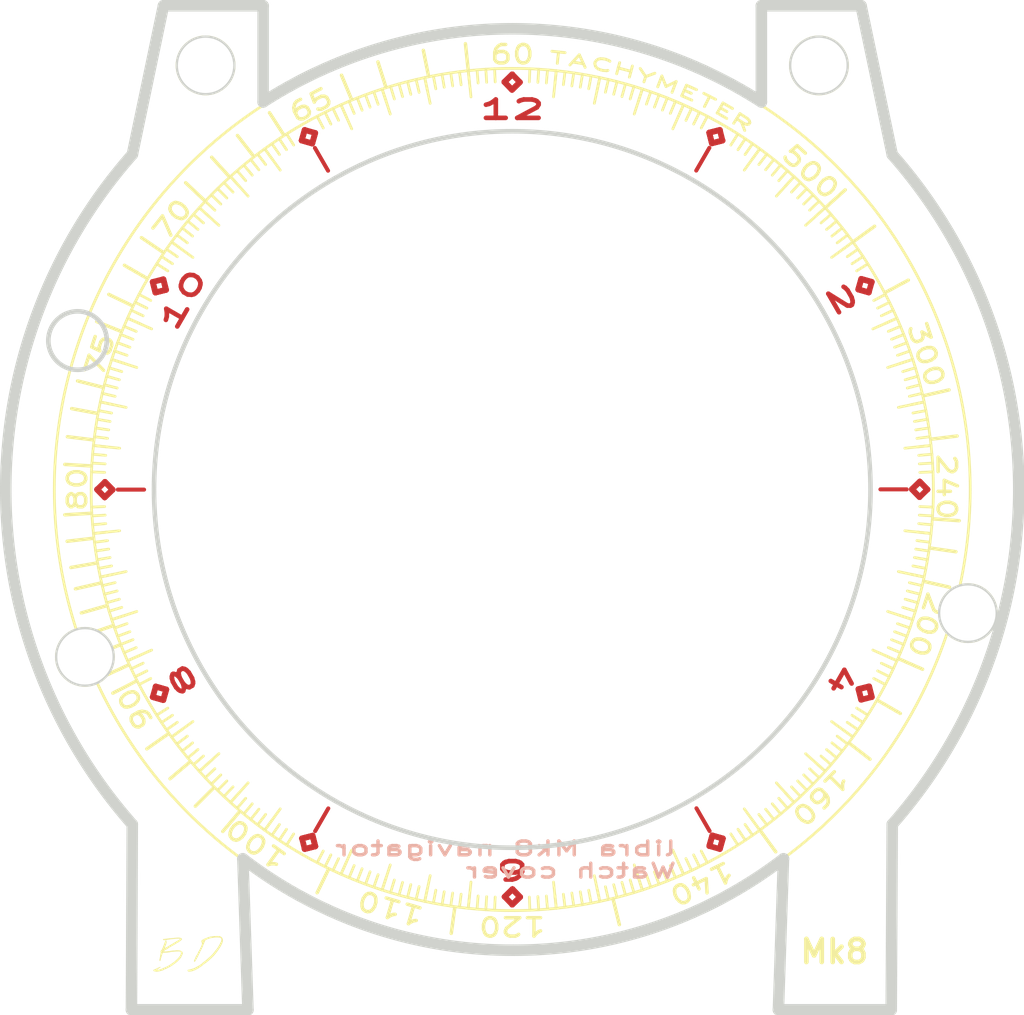
<source format=kicad_pcb>
(kicad_pcb (version 20211014) (generator pcbnew)
  (layers (0 "F.Cu" signal) (31 "B.Cu" signal) (34 "B.Paste" user) (35 "F.Paste" user) (36 "B.SilkS" user "B.Silkscreen") (37 "F.SilkS" user "F.Silkscreen") (38 "B.Mask" user) (39 "F.Mask" user) (44 "Edge.Cuts" user))
  (net 0 "")
  (footprint "BartLib_Logo:BD_small 3.5x2.6" (layer "F.Cu") (at 137.069147 115.256866)
    (fp_text reference "G***" hide)
    (fp_text value "LOGO" hide)
  )
  (gr_line (start 141.995551 79.94135) (end 142.451339 80.070799) (layer "F.Cu") (width 0.25))
  (gr_line (start 166.754438 104.115) (end 166.63865 103.655551) (layer "F.Cu") (width 0.25))
  (gr_line (start 133.45 94.77) (end 133.78 95.11) (layer "F.Cu") (width 0.25))
  (gr_line (start 168.84 94.76) (end 168.5 95.09) (layer "F.Cu") (width 0.25))
  (gr_line (start 160.155 79.485562) (end 159.695551 79.60135) (layer "F.Cu") (width 0.25))
  (gr_line (start 133.44 95.44) (end 133.78 95.11) (layer "F.Cu") (width 0.25))
  (gr_line (start 166.754438 86.085) (end 166.29865 85.955551) (layer "F.Cu") (width 0.25))
  (gr_line (start 166.63865 103.655551) (end 166.179201 103.771339) (layer "F.Cu") (width 0.25))
  (gr_line (start 142.580788 79.615011) (end 142.451339 80.070799) (layer "F.Cu") (width 0.25))
  (gr_line (start 151.14 113.13) (end 151.48 112.8) (layer "F.Cu") (width 0.25))
  (gr_line (start 135.64135 86.544449) (end 136.100799 86.428661) (layer "F.Cu") (width 0.25))
  (gr_line (start 135.525562 104.115) (end 135.98135 104.244449) (layer "F.Cu") (width 0.25))
  (gr_line (start 166.63865 103.655551) (end 166.179201 103.771339) (layer "F.Cu") (width 0.25))
  (gr_line (start 151.14 77.07) (end 151.47 77.41) (layer "F.Cu") (width 0.25))
  (gr_line (start 166.754438 86.085) (end 166.624989 86.540788) (layer "F.Cu") (width 0.25))
  (gr_line (start 166.754438 104.115) (end 166.294989 104.230788) (layer "F.Cu") (width 0.25))
  (gr_line (start 141.995551 79.94135) (end 142.451339 80.070799) (layer "F.Cu") (width 0.25))
  (gr_line (start 151.14 113.13) (end 151.48 112.8) (layer "F.Cu") (width 0.25))
  (gr_line (start 135.525562 86.085) (end 135.64135 86.544449) (layer "F.Cu") (width 0.25))
  (gr_line (start 150.8 77.4) (end 151.13 77.74) (layer "F.Cu") (width 0.25))
  (gr_line (start 160.284449 110.25865) (end 159.828661 110.129201) (layer "F.Cu") (width 0.25))
  (gr_line (start 166.754438 86.085) (end 166.29865 85.955551) (layer "F.Cu") (width 0.25))
  (gr_line (start 135.525562 86.085) (end 135.985011 85.969212) (layer "F.Cu") (width 0.25))
  (gr_line (start 166.754438 104.115) (end 166.63865 103.655551) (layer "F.Cu") (width 0.25))
  (gr_line (start 133.44 95.44) (end 133.78 95.11) (layer "F.Cu") (width 0.25))
  (gr_line (start 168.84 94.76) (end 168.5 95.09) (layer "F.Cu") (width 0.25))
  (gr_line (start 160.284449 110.25865) (end 159.828661 110.129201) (layer "F.Cu") (width 0.25))
  (gr_line (start 159.695551 79.60135) (end 159.811339 80.060799) (layer "F.Cu") (width 0.25))
  (gr_line (start 142.009212 110.254989) (end 142.468661 110.139201) (layer "F.Cu") (width 0.25))
  (gr_line (start 169.17 95.1) (end 168.84 94.76) (layer "F.Cu") (width 0.25))
  (gr_line (start 141.995551 79.94135) (end 142.451339 80.070799) (layer "F.Cu") (width 0.25))
  (gr_line (start 135.98135 104.244449) (end 136.110799 103.788661) (layer "F.Cu") (width 0.25))
  (gr_line (start 135.985011 85.969212) (end 136.100799 86.428661) (layer "F.Cu") (width 0.25))
  (gr_line (start 142.580788 79.615011) (end 142.451339 80.070799) (layer "F.Cu") (width 0.25))
  (gr_line (start 151.14 77.07) (end 150.8 77.4) (layer "F.Cu") (width 0.25))
  (gr_line (start 166.624989 86.540788) (end 166.169201 86.411339) (layer "F.Cu") (width 0.25))
  (gr_line (start 160.155 110.714438) (end 160.284449 110.25865) (layer "F.Cu") (width 0.25))
  (gr_line (start 166.29865 85.955551) (end 166.169201 86.411339) (layer "F.Cu") (width 0.25))
  (gr_line (start 142.125 79.485562) (end 141.995551 79.94135) (layer "F.Cu") (width 0.25))
  (gr_line (start 160.270788 79.945011) (end 159.811339 80.060799) (layer "F.Cu") (width 0.25))
  (gr_line (start 159.699212 110.584989) (end 159.828661 110.129201) (layer "F.Cu") (width 0.25))
  (gr_line (start 151.47 77.41) (end 151.13 77.74) (layer "F.Cu") (width 0.25))
  (gr_line (start 166.29865 85.955551) (end 166.169201 86.411339) (layer "F.Cu") (width 0.25))
  (gr_line (start 166.294989 104.230788) (end 166.179201 103.771339) (layer "F.Cu") (width 0.25))
  (gr_line (start 151.48 112.8) (end 151.15 112.46) (layer "F.Cu") (width 0.25))
  (gr_line (start 160.270788 79.945011) (end 159.811339 80.060799) (layer "F.Cu") (width 0.25))
  (gr_line (start 150.81 112.79) (end 151.15 112.46) (layer "F.Cu") (width 0.25))
  (gr_line (start 166.754438 104.115) (end 166.63865 103.655551) (layer "F.Cu") (width 0.25))
  (gr_line (start 135.64135 86.544449) (end 136.100799 86.428661) (layer "F.Cu") (width 0.25))
  (gr_line (start 142.125 110.714438) (end 142.009212 110.254989) (layer "F.Cu") (width 0.25))
  (gr_line (start 160.155 79.485562) (end 159.695551 79.60135) (layer "F.Cu") (width 0.25))
  (gr_line (start 168.84 94.76) (end 168.5 95.09) (layer "F.Cu") (width 0.25))
  (gr_line (start 135.525562 104.115) (end 135.98135 104.244449) (layer "F.Cu") (width 0.25))
  (gr_line (start 159.695551 79.60135) (end 159.811339 80.060799) (layer "F.Cu") (width 0.25))
  (gr_line (start 151.47 77.41) (end 151.13 77.74) (layer "F.Cu") (width 0.25))
  (gr_line (start 168.83 95.43) (end 168.5 95.09) (layer "F.Cu") (width 0.25))
  (gr_line (start 142.584449 110.59865) (end 142.468661 110.139201) (layer "F.Cu") (width 0.25))
  (gr_line (start 169.17 95.1) (end 168.84 94.76) (layer "F.Cu") (width 0.25))
  (gr_line (start 133.45 94.77) (end 133.78 95.11) (layer "F.Cu") (width 0.25))
  (gr_line (start 150.81 112.79) (end 151.15 112.46) (layer "F.Cu") (width 0.25))
  (gr_line (start 166.29865 85.955551) (end 166.169201 86.411339) (layer "F.Cu") (width 0.25))
  (gr_line (start 166.63865 103.655551) (end 166.179201 103.771339) (layer "F.Cu") (width 0.25))
  (gr_line (start 159.695551 79.60135) (end 159.811339 80.060799) (layer "F.Cu") (width 0.25))
  (gr_line (start 160.155 110.714438) (end 160.284449 110.25865) (layer "F.Cu") (width 0.25))
  (gr_line (start 168.83 95.43) (end 168.5 95.09) (layer "F.Cu") (width 0.25))
  (gr_line (start 142.125 110.714438) (end 142.584449 110.59865) (layer "F.Cu") (width 0.25))
  (gr_line (start 135.655011 103.659212) (end 136.110799 103.788661) (layer "F.Cu") (width 0.25))
  (gr_line (start 135.98135 104.244449) (end 136.110799 103.788661) (layer "F.Cu") (width 0.25))
  (gr_line (start 160.284449 110.25865) (end 159.828661 110.129201) (layer "F.Cu") (width 0.25))
  (gr_line (start 169.17 95.1) (end 168.83 95.43) (layer "F.Cu") (width 0.25))
  (gr_line (start 135.655011 103.659212) (end 136.110799 103.788661) (layer "F.Cu") (width 0.25))
  (gr_line (start 142.125 110.714438) (end 142.584449 110.59865) (layer "F.Cu") (width 0.25))
  (gr_line (start 133.11 95.1) (end 133.44 95.44) (layer "F.Cu") (width 0.25))
  (gr_line (start 151.14 113.13) (end 150.81 112.79) (layer "F.Cu") (width 0.25))
  (gr_line (start 166.294989 104.230788) (end 166.179201 103.771339) (layer "F.Cu") (width 0.25))
  (gr_line (start 133.11 95.1) (end 133.44 95.44) (layer "F.Cu") (width 0.25))
  (gr_line (start 133.11 95.1) (end 133.45 94.77) (layer "F.Cu") (width 0.25))
  (gr_line (start 151.47 77.41) (end 151.13 77.74) (layer "F.Cu") (width 0.25))
  (gr_line (start 142.009212 110.254989) (end 142.468661 110.139201) (layer "F.Cu") (width 0.25))
  (gr_line (start 160.155 79.485562) (end 160.270788 79.945011) (layer "F.Cu") (width 0.25))
  (gr_line (start 133.45 94.77) (end 133.78 95.11) (layer "F.Cu") (width 0.25))
  (gr_line (start 142.584449 110.59865) (end 142.468661 110.139201) (layer "F.Cu") (width 0.25))
  (gr_line (start 160.270788 79.945011) (end 159.811339 80.060799) (layer "F.Cu") (width 0.25))
  (gr_line (start 135.525562 104.115) (end 135.655011 103.659212) (layer "F.Cu") (width 0.25))
  (gr_line (start 135.985011 85.969212) (end 136.100799 86.428661) (layer "F.Cu") (width 0.25))
  (gr_line (start 168.83 95.43) (end 168.5 95.09) (layer "F.Cu") (width 0.25))
  (gr_line (start 151.14 77.07) (end 150.8 77.4) (layer "F.Cu") (width 0.25))
  (gr_line (start 142.584449 110.59865) (end 142.468661 110.139201) (layer "F.Cu") (width 0.25))
  (gr_line (start 142.580788 79.615011) (end 142.451339 80.070799) (layer "F.Cu") (width 0.25))
  (gr_line (start 135.525562 104.115) (end 135.98135 104.244449) (layer "F.Cu") (width 0.25))
  (gr_line (start 151.14 77.07) (end 150.8 77.4) (layer "F.Cu") (width 0.25))
  (gr_line (start 142.009212 110.254989) (end 142.468661 110.139201) (layer "F.Cu") (width 0.25))
  (gr_line (start 151.14 113.13) (end 151.48 112.8) (layer "F.Cu") (width 0.25))
  (gr_line (start 159.699212 110.584989) (end 159.828661 110.129201) (layer "F.Cu") (width 0.25))
  (gr_line (start 151.48 112.8) (end 151.15 112.46) (layer "F.Cu") (width 0.25))
  (gr_line (start 135.985011 85.969212) (end 136.100799 86.428661) (layer "F.Cu") (width 0.25))
  (gr_line (start 169.17 95.1) (end 168.84 94.76) (layer "F.Cu") (width 0.25))
  (gr_line (start 166.754438 86.085) (end 166.29865 85.955551) (layer "F.Cu") (width 0.25))
  (gr_line (start 135.98135 104.244449) (end 136.110799 103.788661) (layer "F.Cu") (width 0.25))
  (gr_line (start 135.525562 86.085) (end 135.64135 86.544449) (layer "F.Cu") (width 0.25))
  (gr_line (start 135.525562 86.085) (end 135.64135 86.544449) (layer "F.Cu") (width 0.25))
  (gr_line (start 142.125 79.485562) (end 141.995551 79.94135) (layer "F.Cu") (width 0.25))
  (gr_line (start 166.624989 86.540788) (end 166.169201 86.411339) (layer "F.Cu") (width 0.25))
  (gr_line (start 142.125 79.485562) (end 141.995551 79.94135) (layer "F.Cu") (width 0.25))
  (gr_line (start 151.48 112.8) (end 151.15 112.46) (layer "F.Cu") (width 0.25))
  (gr_line (start 160.155 79.485562) (end 159.695551 79.60135) (layer "F.Cu") (width 0.25))
  (gr_line (start 135.64135 86.544449) (end 136.100799 86.428661) (layer "F.Cu") (width 0.25))
  (gr_line (start 142.125 110.714438) (end 142.584449 110.59865) (layer "F.Cu") (width 0.25))
  (gr_line (start 159.699212 110.584989) (end 159.828661 110.129201) (layer "F.Cu") (width 0.25))
  (gr_line (start 160.155 110.714438) (end 159.699212 110.584989) (layer "F.Cu") (width 0.25))
  (gr_line (start 135.655011 103.659212) (end 136.110799 103.788661) (layer "F.Cu") (width 0.25))
  (gr_line (start 142.125 79.485562) (end 142.580788 79.615011) (layer "F.Cu") (width 0.25))
  (gr_line (start 150.8 77.4) (end 151.13 77.74) (layer "F.Cu") (width 0.25))
  (gr_line (start 166.624989 86.540788) (end 166.169201 86.411339) (layer "F.Cu") (width 0.25))
  (gr_line (start 166.294989 104.230788) (end 166.179201 103.771339) (layer "F.Cu") (width 0.25))
  (gr_line (start 150.81 112.79) (end 151.15 112.46) (layer "F.Cu") (width 0.25))
  (gr_line (start 150.8 77.4) (end 151.13 77.74) (layer "F.Cu") (width 0.25))
  (gr_line (start 160.155 110.714438) (end 160.284449 110.25865) (layer "F.Cu") (width 0.25))
  (gr_line (start 133.11 95.1) (end 133.44 95.44) (layer "F.Cu") (width 0.25))
  (gr_line (start 133.44 95.44) (end 133.78 95.11) (layer "F.Cu") (width 0.25))
  (gr_line (start 150.374094 113.373957) (end 150.398053 112.802309) (layer "F.SilkS") (width 0.12))
  (gr_line (start 140.701649 80.081181) (end 141.028183 80.551002) (layer "F.SilkS") (width 0.12))
  (gr_circle (center 164.46 76.68) (end 165.66 76.68) (layer "F.SilkS") (width 0.2) (fill none))
  (gr_line (start 161.890592 80.303079) (end 161.554291 80.765958) (layer "F.SilkS") (width 0.12))
  (gr_line (start 161.261531 110.334129) (end 160.944908 109.857573) (layer "F.SilkS") (width 0.12))
  (gr_line (start 168.534824 100.751921) (end 167.990677 100.575117) (layer "F.SilkS") (width 0.12))
  (gr_line (start 156.426392 77.590626) (end 156.261022 78.138356) (layer "F.SilkS") (width 0.12))
  (gr_line (start 165.936921 84.349408) (end 165.474042 84.685709) (layer "F.SilkS") (width 0.12))
  (gr_line (start 133.997112 101.475383) (end 134.533378 101.275948) (layer "F.SilkS") (width 0.12))
  (gr_line (start 148.0898 113.133868) (end 148.185217 112.56973) (layer "F.SilkS") (width 0.12))
  (gr_line (start 132.950195 97.011826) (end 133.519211 96.95202) (layer "F.SilkS") (width 0.12))
  (gr_line (start 153.432345 76.954222) (end 153.360636 77.52186) (layer "F.SilkS") (width 0.12))
  (gr_line (start 145.853608 112.609374) (end 146.018978 112.061644) (layer "F.SilkS") (width 0.12))
  (gr_line (start 164.472836 107.620367) (end 164.055757 107.228703) (layer "F.SilkS") (width 0.12))
  (gr_line (start 165.936921 84.349408) (end 165.011162 85.022011) (layer "F.SilkS") (width 0.12))
  (gr_line (start 163.091063 108.94544) (end 162.717208 108.512325) (layer "F.SilkS") (width 0.12))
  (gr_line (start 168.649374 100.386392) (end 168.101644 100.221022) (layer "F.SilkS") (width 0.12))
  (gr_line (start 136.121181 105.538351) (end 136.591002 105.211817) (layer "F.SilkS") (width 0.12))
  (gr_line (start 133.24968 98.902705) (end 133.809327 98.783748) (layer "F.SilkS") (width 0.12))
  (gr_line (start 133.745176 100.751921) (end 134.289323 100.575117) (layer "F.SilkS") (width 0.12))
  (gr_line (start 140.081882 109.668532) (end 140.427803 109.212797) (layer "F.SilkS") (width 0.12))
  (gr_line (start 143.007623 111.482568) (end 143.262021 110.970087) (layer "F.SilkS") (width 0.12))
  (gr_line (start 145.488079 77.705176) (end 145.841687 78.793471) (layer "F.SilkS") (width 0.12))
  (gr_line (start 168.145612 101.832998) (end 167.61364 101.622376) (layer "F.SilkS") (width 0.12))
  (gr_line (start 132.866043 95.865906) (end 133.437691 95.841947) (layer "F.SilkS") (width 0.12))
  (gr_line (start 168.855386 99.648538) (end 168.301211 99.50625) (layer "F.SilkS") (width 0.12))
  (gr_line (start 149.228174 76.910195) (end 149.28798 77.479211) (layer "F.SilkS") (width 0.12))
  (gr_line (start 169.03032 91.297295) (end 167.911025 91.535209) (layer "F.SilkS") (width 0.12))
  (gr_line (start 138.343158 108.167705) (end 138.74347 107.758919) (layer "F.SilkS") (width 0.12))
  (gr_line (start 138.901601 108.692119) (end 139.667288 107.841738) (layer "F.SilkS") (width 0.12))
  (gr_line (start 161.578351 110.118819) (end 161.251817 109.648998) (layer "F.SilkS") (width 0.12))
  (gr_line (start 148.468141 77.006209) (end 148.551722 77.572221) (layer "F.SilkS") (width 0.12))
  (gr_line (start 153.432345 113.245778) (end 153.360636 112.67814) (layer "F.SilkS") (width 0.12))
  (gr_line (start 162.798485 81.007313) (end 162.433783 81.448162) (layer "F.SilkS") (width 0.12))
  (gr_line (start 133.333242 90.923463) (end 133.890275 91.054114) (layer "F.SilkS") (width 0.12))
  (gr_line (start 169.03032 98.902705) (end 168.470673 98.783748) (layer "F.SilkS") (width 0.12))
  (gr_line (start 163.378399 108.692119) (end 162.995556 108.266929) (layer "F.SilkS") (width 0.12))
  (gr_line (start 156.426392 112.609374) (end 156.261022 112.061644) (layer "F.SilkS") (width 0.12))
  (gr_line (start 151.905906 76.826043) (end 151.881947 77.397691) (layer "F.SilkS") (width 0.12))
  (gr_line (start 169.413957 95.865906) (end 168.842309 95.841947) (layer "F.SilkS") (width 0.12))
  (gr_line (start 168.000877 88.01234) (end 167.473433 88.234057) (layer "F.SilkS") (width 0.12))
  (gr_line (start 138.901601 108.692119) (end 139.284444 108.266929) (layer "F.SilkS") (width 0.12))
  (gr_line (start 137.547881 107.338399) (end 137.973071 106.955556) (layer "F.SilkS") (width 0.12))
  (gr_line (start 169.106034 91.672796) (end 168.544018 91.780006) (layer "F.SilkS") (width 0.12))
  (gr_line (start 140.081882 80.531468) (end 140.427803 80.987203) (layer "F.SilkS") (width 0.12))
  (gr_line (start 137.29456 107.051063) (end 137.727675 106.677208) (layer "F.SilkS") (width 0.12))
  (gr_line (start 161.578351 80.081181) (end 161.251817 80.551002) (layer "F.SilkS") (width 0.12))
  (gr_line (start 145.488079 112.494824) (end 145.841687 111.406529) (layer "F.SilkS") (width 0.12))
  (gr_line (start 168.756243 90.181456) (end 168.20517 90.335318) (layer "F.SilkS") (width 0.12))
  (gr_line (start 147.337295 112.99032) (end 147.456252 112.430673) (layer "F.SilkS") (width 0.12))
  (gr_line (start 140.389408 80.303079) (end 140.725709 80.765958) (layer "F.SilkS") (width 0.12))
  (gr_line (start 165.473753 106.460793) (end 165.025363 106.105403) (layer "F.SilkS") (width 0.12))
  (gr_line (start 156.791921 77.705176) (end 156.438313 78.793471) (layer "F.SilkS") (width 0.12))
  (gr_line (start 168.282888 88.724617) (end 167.746622 88.924052) (layer "F.SilkS") (width 0.12))
  (gr_line (start 149.228174 113.289805) (end 149.347786 112.151773) (layer "F.SilkS") (width 0.12))
  (gr_line (start 169.03032 98.902705) (end 167.911025 98.664791) (layer "F.SilkS") (width 0.12))
  (gr_line (start 147.337295 112.99032) (end 147.575209 111.871025) (layer "F.SilkS") (width 0.12))
  (gr_line (start 137.047313 106.758485) (end 137.488162 106.393783) (layer "F.SilkS") (width 0.12))
  (gr_line (start 132.914146 96.630468) (end 133.484289 96.582592) (layer "F.SilkS") (width 0.12))
  (gr_line (start 137.807164 107.620367) (end 138.224243 107.228703) (layer "F.SilkS") (width 0.12))
  (gr_line (start 132.950195 93.188174) (end 134.088227 93.307786) (layer "F.SilkS") (width 0.12))
  (gr_line (start 160.940272 110.542758) (end 160.633699 110.059676) (layer "F.SilkS") (width 0.12))
  (gr_line (start 168.946758 90.923463) (end 168.389725 91.054114) (layer "F.SilkS") (width 0.12))
  (gr_line (start 165.708532 84.041882) (end 165.252797 84.387803) (layer "F.SilkS") (width 0.12))
  (gr_line (start 154.942705 112.99032) (end 154.704791 111.871025) (layer "F.SilkS") (width 0.12))
  (gr_line (start 162.500793 109.433753) (end 162.145403 108.985363) (layer "F.SilkS") (width 0.12))
  (gr_line (start 138.901601 81.507881) (end 139.284444 81.933071) (layer "F.SilkS") (width 0.12))
  (gr_line (start 141.018469 110.334129) (end 141.335092 109.857573) (layer "F.SilkS") (width 0.12))
  (gr_line (start 134.134388 101.832998) (end 134.66636 101.622376) (layer "F.SilkS") (width 0.12))
  (gr_line (start 144.05234 111.960877) (end 144.274057 111.433433) (layer "F.SilkS") (width 0.12))
  (gr_line (start 152.288439 113.353909) (end 152.252513 112.782888) (layer "F.SilkS") (width 0.12))
  (gr_line (start 155.316537 77.293242) (end 155.185886 77.850275) (layer "F.SilkS") (width 0.12))
  (gr_line (start 159.613684 78.891337) (end 159.348609 79.398378) (layer "F.SilkS") (width 0.12))
  (gr_line (start 164.732119 82.861601) (end 164.306929 83.244444) (layer "F.SilkS") (width 0.12))
  (gr_line (start 163.378399 81.507881) (end 162.612712 82.358262) (layer "F.SilkS") (width 0.12))
  (gr_line (start 155.688538 77.384614) (end 155.54625 77.938789) (layer "F.SilkS") (width 0.12))
  (gr_line (start 149.228174 76.910195) (end 149.347786 78.048227) (layer "F.SilkS") (width 0.12))
  (gr_line (start 153.051826 76.910195) (end 152.932214 78.048227) (layer "F.SilkS") (width 0.12))
  (gr_line (start 158.579213 78.391254) (end 158.113784 79.436625) (layer "F.SilkS") (width 0.12))
  (gr_line (start 143.352497 78.550713) (end 143.596107 79.06841) (layer "F.SilkS") (width 0.12))
  (gr_line (start 165.936921 105.850592) (end 165.011162 105.177989) (layer "F.SilkS") (width 0.12))
  (gr_line (start 137.547881 82.861601) (end 137.973071 83.244444) (layer "F.SilkS") (width 0.12))
  (gr_line (start 164.732119 82.861601) (end 163.881738 83.627288) (layer "F.SilkS") (width 0.12))
  (gr_line (start 168.282888 101.475383) (end 167.746622 101.275948) (layer "F.SilkS") (width 0.12))
  (gr_line (start 132.994222 97.392345) (end 133.56186 97.320636) (layer "F.SilkS") (width 0.12))
  (gr_line (start 169.393909 96.248439) (end 168.822888 96.212513) (layer "F.SilkS") (width 0.12))
  (gr_line (start 164.732119 107.338399) (end 163.881738 106.572712) (layer "F.SilkS") (width 0.12))
  (gr_line (start 134.931337 86.626316) (end 135.438378 86.891391) (layer "F.SilkS") (width 0.12))
  (gr_line (start 160.940272 79.657242) (end 160.633699 80.140324) (layer "F.SilkS") (width 0.12))
  (gr_line (start 143.700787 78.391254) (end 144.166216 79.436625) (layer "F.SilkS") (width 0.12))
  (gr_line (start 144.407002 78.094388) (end 144.617624 78.62636) (layer "F.SilkS") (width 0.12))
  (gr_line (start 164.472836 82.579633) (end 164.055757 82.971297) (layer "F.SilkS") (width 0.12))
  (gr_line (start 154.567204 77.133966) (end 154.459994 77.695982) (layer "F.SilkS") (width 0.12))
  (gr_line (start 135.905871 84.978469) (end 136.382427 85.295092) (layer "F.SilkS") (width 0.12))
  (gr_line (start 140.389408 109.896921) (end 140.725709 109.434042) (layer "F.SilkS") (width 0.12))
  (gr_line (start 138.619633 81.767164) (end 139.011297 82.184243) (layer "F.SilkS") (width 0.12))
  (gr_line (start 148.847655 113.245778) (end 148.919364 112.67814) (layer "F.SilkS") (width 0.12))
  (gr_line (start 169.329805 97.011826) (end 168.760789 96.95202) (layer "F.SilkS") (width 0.12))
  (gr_line (start 143.352497 111.649287) (end 143.596107 111.13159) (layer "F.SilkS") (width 0.12))
  (gr_line (start 166.374129 105.221531) (end 165.897573 104.904908) (layer "F.SilkS") (width 0.12))
  (gr_line (start 136.343079 84.349408) (end 137.268838 85.022011) (layer "F.SilkS") (width 0.12))
  (gr_line (start 158.22766 78.239123) (end 158.005943 78.766567) (layer "F.SilkS") (width 0.12))
  (gr_circle (center 170.93 100.47) (end 172.13 100.47) (layer "F.SilkS") (width 0.2) (fill none))
  (gr_line (start 151.905906 113.373957) (end 151.881947 112.802309) (layer "F.SilkS") (width 0.12))
  (gr_line (start 167.689287 102.887503) (end 167.17159 102.643893) (layer "F.SilkS") (width 0.12))
  (gr_line (start 145.125029 77.827356) (end 145.31319 78.367681) (layer "F.SilkS") (width 0.12))
  (gr_line (start 132.950195 97.011826) (end 134.088227 96.892214) (layer "F.SilkS") (width 0.12))
  (gr_line (start 145.488079 112.494824) (end 145.664883 111.950677) (layer "F.SilkS") (width 0.12))
  (gr_line (start 147.337295 77.20968) (end 147.456252 77.769327) (layer "F.SilkS") (width 0.12))
  (gr_line (start 168.534824 89.448079) (end 167.990677 89.624883) (layer "F.SilkS") (width 0.12))
  (gr_line (start 168.946758 99.276537) (end 168.389725 99.145886) (layer "F.SilkS") (width 0.12))
  (gr_line (start 168.412644 89.085029) (end 167.872319 89.27319) (layer "F.SilkS") (width 0.12))
  (gr_line (start 143.700787 111.808746) (end 143.933501 111.286061) (layer "F.SilkS") (width 0.12))
  (gr_line (start 134.757432 86.967623) (end 135.269913 87.222021) (layer "F.SilkS") (width 0.12))
  (gr_line (start 157.515383 112.242888) (end 157.315948 111.706622) (layer "F.SilkS") (width 0.12))
  (gr_line (start 148.0898 77.066132) (end 148.185217 77.63027) (layer "F.SilkS") (width 0.12))
  (gr_line (start 154.567204 113.066034) (end 154.459994 112.504018) (layer "F.SilkS") (width 0.12))
  (gr_line (start 166.582758 104.900272) (end 166.099676 104.593699) (layer "F.SilkS") (width 0.12))
  (gr_line (start 138.072295 82.303158) (end 138.481081 82.70347) (layer "F.SilkS") (width 0.12))
  (gr_line (start 169.173868 92.0498) (end 168.60973 92.145217) (layer "F.SilkS") (width 0.12))
  (gr_line (start 152.670468 76.874146) (end 152.622592 77.444289) (layer "F.SilkS") (width 0.12))
  (gr_line (start 157.515383 77.957112) (end 157.315948 78.493378) (layer "F.SilkS") (width 0.12))
  (gr_line (start 146.963463 112.906758) (end 147.094114 112.349725) (layer "F.SilkS") (width 0.12))
  (gr_line (start 155.688538 112.815386) (end 155.54625 112.261211) (layer "F.SilkS") (width 0.12))
  (gr_line (start 133.630626 100.386392) (end 134.178356 100.221022) (layer "F.SilkS") (width 0.12))
  (gr_line (start 167.848746 102.539213) (end 167.326061 102.306499) (layer "F.SilkS") (width 0.12))
  (gr_line (start 169.329805 97.011826) (end 168.191773 96.892214) (layer "F.SilkS") (width 0.12))
  (gr_line (start 142.666316 111.308663) (end 142.931391 110.801622) (layer "F.SilkS") (width 0.12))
  (gr_line (start 168.145612 88.367002) (end 167.61364 88.577624) (layer "F.SilkS") (width 0.12))
  (gr_line (start 133.106132 92.0498) (end 133.67027 92.145217) (layer "F.SilkS") (width 0.12))
  (gr_line (start 133.046209 92.428141) (end 133.612221 92.511722) (layer "F.SilkS") (width 0.12))
  (gr_line (start 166.158819 105.538351) (end 165.688998 105.211817) (layer "F.SilkS") (width 0.12))
  (gr_line (start 146.221456 112.716243) (end 146.375318 112.16517) (layer "F.SilkS") (width 0.12))
  (gr_line (start 134.431254 87.660787) (end 135.476625 88.126216) (layer "F.SilkS") (width 0.12))
  (gr_line (start 161.890592 109.896921) (end 161.217989 108.971162) (layer "F.SilkS") (width 0.12))
  (gr_line (start 133.630626 89.813608) (end 134.178356 89.978978) (layer "F.SilkS") (width 0.12))
  (gr_line (start 165.936921 105.850592) (end 165.474042 105.514291) (layer "F.SilkS") (width 0.12))
  (gr_line (start 163.660367 81.767164) (end 163.268703 82.184243) (layer "F.SilkS") (width 0.12))
  (gr_line (start 168.534824 100.751921) (end 167.446529 100.398313) (layer "F.SilkS") (width 0.12))
  (gr_line (start 158.579213 78.391254) (end 158.346499 78.913939) (layer "F.SilkS") (width 0.12))
  (gr_line (start 164.207705 82.303158) (end 163.798919 82.70347) (layer "F.SilkS") (width 0.12))
  (gr_line (start 133.24968 91.297295) (end 133.809327 91.416252) (layer "F.SilkS") (width 0.12))
  (gr_circle (center 151.14 95.1) (end 151.14 76.81) (layer "F.SilkS") (width 0.12) (fill none))
  (gr_line (start 166.582758 85.299728) (end 166.099676 85.606301) (layer "F.SilkS") (width 0.12))
  (gr_line (start 169.393909 93.951561) (end 168.822888 93.987487) (layer "F.SilkS") (width 0.12))
  (gr_line (start 133.745176 89.448079) (end 134.833471 89.801687) (layer "F.SilkS") (width 0.12))
  (gr_line (start 153.051826 113.289805) (end 152.932214 112.151773) (layer "F.SilkS") (width 0.12))
  (gr_line (start 136.571468 106.158118) (end 137.027203 105.812197) (layer "F.SilkS") (width 0.12))
  (gr_line (start 149.609532 76.874146) (end 149.657408 77.444289) (layer "F.SilkS") (width 0.12))
  (gr_line (start 165.708532 106.158118) (end 165.252797 105.812197) (layer "F.SilkS") (width 0.12))
  (gr_line (start 132.886091 96.248439) (end 133.457112 96.212513) (layer "F.SilkS") (width 0.12))
  (gr_line (start 135.697242 104.900272) (end 136.180324 104.593699) (layer "F.SilkS") (width 0.12))
  (gr_line (start 132.950195 93.188174) (end 133.519211 93.24798) (layer "F.SilkS") (width 0.12))
  (gr_line (start 156.058544 112.716243) (end 155.904682 112.16517) (layer "F.SilkS") (width 0.12))
  (gr_line (start 168.534824 89.448079) (end 167.446529 89.801687) (layer "F.SilkS") (width 0.12))
  (gr_line (start 134.279123 88.01234) (end 134.806567 88.234057) (layer "F.SilkS") (width 0.12))
  (gr_line (start 165.473753 83.739207) (end 165.025363 84.094597) (layer "F.SilkS") (width 0.12))
  (gr_line (start 158.579213 111.808746) (end 158.346499 111.286061) (layer "F.SilkS") (width 0.12))
  (gr_line (start 167.348663 86.626316) (end 166.841622 86.891391) (layer "F.SilkS") (width 0.12))
  (gr_line (start 164.98544 83.148937) (end 164.552325 83.522792) (layer "F.SilkS") (width 0.12))
  (gr_line (start 143.700787 111.808746) (end 144.166216 110.763375) (layer "F.SilkS") (width 0.12))
  (gr_line (start 136.806247 83.739207) (end 137.254637 84.094597) (layer "F.SilkS") (width 0.12))
  (gr_line (start 136.806247 106.460793) (end 137.254637 106.105403) (layer "F.SilkS") (width 0.12))
  (gr_line (start 169.233791 97.771859) (end 168.667779 97.688278) (layer "F.SilkS") (width 0.12))
  (gr_line (start 167.522568 86.967623) (end 167.010087 87.222021) (layer "F.SilkS") (width 0.12))
  (gr_line (start 162.198118 80.531468) (end 161.852197 80.987203) (layer "F.SilkS") (width 0.12))
  (gr_line (start 163.378399 108.692119) (end 162.612712 107.841738) (layer "F.SilkS") (width 0.12))
  (gr_line (start 165.232687 83.441515) (end 164.791838 83.806217) (layer "F.SilkS") (width 0.12))
  (gr_line (start 168.000877 102.18766) (end 167.473433 101.965943) (layer "F.SilkS") (width 0.12))
  (gr_line (start 169.285778 97.392345) (end 168.71814 97.320636) (layer "F.SilkS") (width 0.12))
  (gr_line (start 133.523757 90.181456) (end 134.07483 90.335318) (layer "F.SilkS") (width 0.12))
  (gr_line (start 137.807164 82.579633) (end 138.224243 82.971297) (layer "F.SilkS") (width 0.12))
  (gr_line (start 158.927503 78.550713) (end 158.683893 79.06841) (layer "F.SilkS") (width 0.12))
  (gr_line (start 134.431254 87.660787) (end 134.953939 87.893501) (layer "F.SilkS") (width 0.12))
  (gr_line (start 163.936842 108.167705) (end 163.53653 107.758919) (layer "F.SilkS") (width 0.12))
  (gr_line (start 153.051826 76.910195) (end 152.99202 77.479211) (layer "F.SilkS") (width 0.12))
  (gr_line (start 140.701649 110.118819) (end 141.028183 109.648998) (layer "F.SilkS") (width 0.12))
  (gr_line (start 134.590713 102.887503) (end 135.10841 102.643893) (layer "F.SilkS") (width 0.12))
  (gr_line (start 137.547881 107.338399) (end 138.398262 106.572712) (layer "F.SilkS") (width 0.12))
  (gr_line (start 154.1902 113.133868) (end 154.094783 112.56973) (layer "F.SilkS") (width 0.12))
  (gr_line (start 154.1902 77.066132) (end 154.094783 77.63027) (layer "F.SilkS") (width 0.12))
  (gr_line (start 152.288439 76.846091) (end 152.252513 77.417112) (layer "F.SilkS") (width 0.12))
  (gr_line (start 154.942705 77.20968) (end 154.704791 78.328975) (layer "F.SilkS") (width 0.12))
  (gr_line (start 133.997112 88.724617) (end 134.533378 88.924052) (layer "F.SilkS") (width 0.12))
  (gr_line (start 169.365854 96.630468) (end 168.795711 96.582592) (layer "F.SilkS") (width 0.12))
  (gr_line (start 132.994222 92.807655) (end 133.56186 92.879364) (layer "F.SilkS") (width 0.12))
  (gr_line (start 153.051826 113.289805) (end 152.99202 112.720789) (layer "F.SilkS") (width 0.12))
  (gr_line (start 144.407002 112.105612) (end 144.617624 111.57364) (layer "F.SilkS") (width 0.12))
  (gr_line (start 168.412644 101.114971) (end 167.872319 100.92681) (layer "F.SilkS") (width 0.12))
  (gr_line (start 133.24968 91.297295) (end 134.368975 91.535209) (layer "F.SilkS") (width 0.12))
  (gr_line (start 144.764617 77.957112) (end 144.964052 78.493378) (layer "F.SilkS") (width 0.12))
  (gr_line (start 133.046209 97.771859) (end 133.612221 97.688278) (layer "F.SilkS") (width 0.12))
  (gr_line (start 153.811859 113.193791) (end 153.728278 112.627779) (layer "F.SilkS") (width 0.12))
  (gr_line (start 159.272377 111.482568) (end 159.017979 110.970087) (layer "F.SilkS") (width 0.12))
  (gr_line (start 167.522568 103.232377) (end 167.010087 102.977979) (layer "F.SilkS") (width 0.12))
  (gr_line (start 164.732119 107.338399) (end 164.306929 106.955556) (layer "F.SilkS") (width 0.12))
  (gr_line (start 133.106132 98.1502) (end 133.67027 98.054783) (layer "F.SilkS") (width 0.12))
  (gr_line (start 138.901601 81.507881) (end 139.667288 82.358262) (layer "F.SilkS") (width 0.12))
  (gr_line (start 145.488079 77.705176) (end 145.664883 78.249323) (layer "F.SilkS") (width 0.12))
  (gr_line (start 140.389408 109.896921) (end 141.062011 108.971162) (layer "F.SilkS") (width 0.12))
  (gr_line (start 166.158819 84.661649) (end 165.688998 84.988183) (layer "F.SilkS") (width 0.12))
  (gr_line (start 150.374094 76.826043) (end 150.398053 77.397691) (layer "F.SilkS") (width 0.12))
  (gr_line (start 148.847655 76.954222) (end 148.919364 77.52186) (layer "F.SilkS") (width 0.12))
  (gr_line (start 134.590713 87.312497) (end 135.10841 87.556107) (layer "F.SilkS") (width 0.12))
  (gr_line (start 149.609532 113.325854) (end 149.657408 112.755711) (layer "F.SilkS") (width 0.12))
  (gr_line (start 154.942705 77.20968) (end 154.823748 77.769327) (layer "F.SilkS") (width 0.12))
  (gr_line (start 139.779207 109.433753) (end 140.134597 108.985363) (layer "F.SilkS") (width 0.12))
  (gr_line (start 156.791921 112.494824) (end 156.438313 111.406529) (layer "F.SilkS") (width 0.12))
  (gr_line (start 142.666316 78.891337) (end 142.931391 79.398378) (layer "F.SilkS") (width 0.12))
  (gr_line (start 132.914146 93.569532) (end 133.484289 93.617408) (layer "F.SilkS") (width 0.12))
  (gr_circle (center 132.58 102.37) (end 133.78 102.37) (layer "F.SilkS") (width 0.2) (fill none))
  (gr_line (start 133.867356 89.085029) (end 134.407681 89.27319) (layer "F.SilkS") (width 0.12))
  (gr_line (start 145.125029 112.372644) (end 145.31319 111.832319) (layer "F.SilkS") (width 0.12))
  (gr_circle (center 151.14 95.1) (end 151.14 75.21) (layer "F.SilkS") (width 0.12) (fill none))
  (gr_line (start 144.05234 78.239123) (end 144.274057 78.766567) (layer "F.SilkS") (width 0.12))
  (gr_line (start 139.481515 81.007313) (end 139.846217 81.448162) (layer "F.SilkS") (width 0.12))
  (gr_line (start 167.348663 103.573684) (end 166.841622 103.308609) (layer "F.SilkS") (width 0.12))
  (gr_line (start 139.779207 80.766247) (end 140.134597 81.214637) (layer "F.SilkS") (width 0.12))
  (gr_line (start 169.03032 91.297295) (end 168.470673 91.416252) (layer "F.SilkS") (width 0.12))
  (gr_line (start 168.855386 90.551462) (end 168.301211 90.69375) (layer "F.SilkS") (width 0.12))
  (gr_line (start 136.343079 84.349408) (end 136.805958 84.685709) (layer "F.SilkS") (width 0.12))
  (gr_line (start 138.072295 107.896842) (end 138.481081 107.49653) (layer "F.SilkS") (width 0.12))
  (gr_line (start 167.689287 87.312497) (end 167.17159 87.556107) (layer "F.SilkS") (width 0.12))
  (gr_line (start 146.591462 112.815386) (end 146.73375 112.261211) (layer "F.SilkS") (width 0.12))
  (gr_circle (center 137.82 76.68) (end 139.02 76.68) (layer "F.SilkS") (width 0.2) (fill none))
  (gr_line (start 132.866043 94.334094) (end 133.437691 94.358053) (layer "F.SilkS") (width 0.12))
  (gr_line (start 157.154971 112.372644) (end 156.96681 111.832319) (layer "F.SilkS") (width 0.12))
  (gr_line (start 163.378399 81.507881) (end 162.995556 81.933071) (layer "F.SilkS") (width 0.12))
  (gr_line (start 134.431254 102.539213) (end 134.953939 102.306499) (layer "F.SilkS") (width 0.12))
  (gr_line (start 158.579213 111.808746) (end 158.113784 110.763375) (layer "F.SilkS") (width 0.12))
  (gr_line (start 138.619633 108.432836) (end 139.011297 108.015757) (layer "F.SilkS") (width 0.12))
  (gr_line (start 164.207705 107.896842) (end 163.798919 107.49653) (layer "F.SilkS") (width 0.12))
  (gr_line (start 133.745176 89.448079) (end 134.289323 89.624883) (layer "F.SilkS") (width 0.12))
  (gr_line (start 133.867356 101.114971) (end 134.407681 100.92681) (layer "F.SilkS") (width 0.12))
  (gr_line (start 155.316537 112.906758) (end 155.185886 112.349725) (layer "F.SilkS") (width 0.12))
  (gr_line (start 168.649374 89.813608) (end 168.101644 89.978978) (layer "F.SilkS") (width 0.12))
  (gr_line (start 161.890592 80.303079) (end 161.217989 81.228838) (layer "F.SilkS") (width 0.12))
  (gr_line (start 137.547881 82.861601) (end 138.398262 83.627288) (layer "F.SilkS") (width 0.12))
  (gr_line (start 136.343079 105.850592) (end 137.268838 105.177989) (layer "F.SilkS") (width 0.12))
  (gr_line (start 136.571468 84.041882) (end 137.027203 84.387803) (layer "F.SilkS") (width 0.12))
  (gr_line (start 169.106034 98.527204) (end 168.544018 98.419994) (layer "F.SilkS") (width 0.12))
  (gr_line (start 168.756243 100.018544) (end 168.20517 99.864682) (layer "F.SilkS") (width 0.12))
  (gr_line (start 153.811859 77.006209) (end 153.728278 77.572221) (layer "F.SilkS") (width 0.12))
  (gr_line (start 149.991561 76.846091) (end 150.027487 77.417112) (layer "F.SilkS") (width 0.12))
  (gr_line (start 163.660367 108.432836) (end 163.268703 108.015757) (layer "F.SilkS") (width 0.12))
  (gr_line (start 156.791921 112.494824) (end 156.615117 111.950677) (layer "F.SilkS") (width 0.12))
  (gr_line (start 146.591462 77.384614) (end 146.73375 77.938789) (layer "F.SilkS") (width 0.12))
  (gr_line (start 136.343079 105.850592) (end 136.805958 105.514291) (layer "F.SilkS") (width 0.12))
  (gr_line (start 133.424614 99.648538) (end 133.978789 99.50625) (layer "F.SilkS") (width 0.12))
  (gr_line (start 167.848746 87.660787) (end 166.803375 88.126216) (layer "F.SilkS") (width 0.12))
  (gr_line (start 154.942705 112.99032) (end 154.823748 112.430673) (layer "F.SilkS") (width 0.12))
  (gr_line (start 159.613684 111.308663) (end 159.348609 110.801622) (layer "F.SilkS") (width 0.12))
  (gr_line (start 134.757432 103.232377) (end 135.269913 102.977979) (layer "F.SilkS") (width 0.12))
  (gr_line (start 133.173966 98.527204) (end 133.735982 98.419994) (layer "F.SilkS") (width 0.12))
  (gr_line (start 147.712796 113.066034) (end 147.820006 112.504018) (layer "F.SilkS") (width 0.12))
  (gr_line (start 134.134388 88.367002) (end 134.66636 88.577624) (layer "F.SilkS") (width 0.12))
  (gr_line (start 169.329805 93.188174) (end 168.760789 93.24798) (layer "F.SilkS") (width 0.12))
  (gr_line (start 133.523757 100.018544) (end 134.07483 99.864682) (layer "F.SilkS") (width 0.12))
  (gr_line (start 138.343158 82.032295) (end 138.74347 82.441081) (layer "F.SilkS") (width 0.12))
  (gr_line (start 156.791921 77.705176) (end 156.615117 78.249323) (layer "F.SilkS") (width 0.12))
  (gr_line (start 149.991561 113.353909) (end 150.027487 112.782888) (layer "F.SilkS") (width 0.12))
  (gr_line (start 139.188937 81.25456) (end 139.562792 81.687675) (layer "F.SilkS") (width 0.12))
  (gr_line (start 134.931337 103.573684) (end 135.438378 103.308609) (layer "F.SilkS") (width 0.12))
  (gr_line (start 141.339728 110.542758) (end 141.646301 110.059676) (layer "F.SilkS") (width 0.12))
  (gr_line (start 133.173966 91.672796) (end 133.735982 91.780006) (layer "F.SilkS") (width 0.12))
  (gr_line (start 169.173868 98.1502) (end 168.60973 98.054783) (layer "F.SilkS") (width 0.12))
  (gr_line (start 148.468141 113.193791) (end 148.551722 112.627779) (layer "F.SilkS") (width 0.12))
  (gr_line (start 135.905871 105.221531) (end 136.382427 104.904908) (layer "F.SilkS") (width 0.12))
  (gr_line (start 166.374129 84.978469) (end 165.897573 85.295092) (layer "F.SilkS") (width 0.12))
  (gr_line (start 158.927503 111.649287) (end 158.683893 111.13159) (layer "F.SilkS") (width 0.12))
  (gr_line (start 145.853608 77.590626) (end 146.018978 78.138356) (layer "F.SilkS") (width 0.12))
  (gr_line (start 159.272377 78.717432) (end 159.017979 79.229913) (layer "F.SilkS") (width 0.12))
  (gr_line (start 157.872998 112.105612) (end 157.662376 111.57364) (layer "F.SilkS") (width 0.12))
  (gr_line (start 143.007623 78.717432) (end 143.262021 79.229913) (layer "F.SilkS") (width 0.12))
  (gr_line (start 134.431254 102.539213) (end 135.476625 102.073784) (layer "F.SilkS") (width 0.12))
  (gr_line (start 149.228174 113.289805) (end 149.28798 112.720789) (layer "F.SilkS") (width 0.12))
  (gr_line (start 162.500793 80.766247) (end 162.145403 81.214637) (layer "F.SilkS") (width 0.12))
  (gr_line (start 137.047313 83.441515) (end 137.488162 83.806217) (layer "F.SilkS") (width 0.12))
  (gr_line (start 147.712796 77.133966) (end 147.820006 77.695982) (layer "F.SilkS") (width 0.12))
  (gr_line (start 167.848746 102.539213) (end 166.803375 102.073784) (layer "F.SilkS") (width 0.12))
  (gr_line (start 161.261531 79.865871) (end 160.944908 80.342427) (layer "F.SilkS") (width 0.12))
  (gr_line (start 163.936842 82.032295) (end 163.53653 82.441081) (layer "F.SilkS") (width 0.12))
  (gr_line (start 141.018469 79.865871) (end 141.335092 80.342427) (layer "F.SilkS") (width 0.12))
  (gr_line (start 157.154971 77.827356) (end 156.96681 78.367681) (layer "F.SilkS") (width 0.12))
  (gr_line (start 169.413957 94.334094) (end 168.842309 94.358053) (layer "F.SilkS") (width 0.12))
  (gr_line (start 144.764617 112.242888) (end 144.964052 111.706622) (layer "F.SilkS") (width 0.12))
  (gr_line (start 147.337295 77.20968) (end 147.575209 78.328975) (layer "F.SilkS") (width 0.12))
  (gr_line (start 136.121181 84.661649) (end 136.591002 84.988183) (layer "F.SilkS") (width 0.12))
  (gr_line (start 133.24968 98.902705) (end 134.368975 98.664791) (layer "F.SilkS") (width 0.12))
  (gr_line (start 156.058544 77.483757) (end 155.904682 78.03483) (layer "F.SilkS") (width 0.12))
  (gr_line (start 163.091063 81.25456) (end 162.717208 81.687675) (layer "F.SilkS") (width 0.12))
  (gr_line (start 140.389408 80.303079) (end 141.062011 81.228838) (layer "F.SilkS") (width 0.12))
  (gr_line (start 141.339728 79.657242) (end 141.646301 80.140324) (layer "F.SilkS") (width 0.12))
  (gr_line (start 133.333242 99.276537) (end 133.890275 99.145886) (layer "F.SilkS") (width 0.12))
  (gr_line (start 158.22766 111.960877) (end 158.005943 111.433433) (layer "F.SilkS") (width 0.12))
  (gr_line (start 135.697242 85.299728) (end 136.180324 85.606301) (layer "F.SilkS") (width 0.12))
  (gr_line (start 169.329805 93.188174) (end 168.191773 93.307786) (layer "F.SilkS") (width 0.12))
  (gr_line (start 164.98544 107.051063) (end 164.552325 106.677208) (layer "F.SilkS") (width 0.12))
  (gr_line (start 167.848746 87.660787) (end 167.326061 87.893501) (layer "F.SilkS") (width 0.12))
  (gr_line (start 146.221456 77.483757) (end 146.375318 78.03483) (layer "F.SilkS") (width 0.12))
  (gr_line (start 157.872998 78.094388) (end 157.662376 78.62636) (layer "F.SilkS") (width 0.12))
  (gr_line (start 152.670468 113.325854) (end 152.622592 112.755711) (layer "F.SilkS") (width 0.12))
  (gr_line (start 169.365854 93.569532) (end 168.795711 93.617408) (layer "F.SilkS") (width 0.12))
  (gr_line (start 139.481515 109.192687) (end 139.846217 108.751838) (layer "F.SilkS") (width 0.12))
  (gr_line (start 133.745176 100.751921) (end 134.833471 100.398313) (layer "F.SilkS") (width 0.12))
  (gr_line (start 169.285778 92.807655) (end 168.71814 92.879364) (layer "F.SilkS") (width 0.12))
  (gr_line (start 139.188937 108.94544) (end 139.562792 108.512325) (layer "F.SilkS") (width 0.12))
  (gr_line (start 134.279123 102.18766) (end 134.806567 101.965943) (layer "F.SilkS") (width 0.12))
  (gr_line (start 143.700787 78.391254) (end 143.933501 78.913939) (layer "F.SilkS") (width 0.12))
  (gr_line (start 169.233791 92.428141) (end 168.667779 92.511722) (layer "F.SilkS") (width 0.12))
  (gr_line (start 137.29456 83.148937) (end 137.727675 83.522792) (layer "F.SilkS") (width 0.12))
  (gr_line (start 132.886091 93.951561) (end 133.457112 93.987487) (layer "F.SilkS") (width 0.12))
  (gr_line (start 133.424614 90.551462) (end 133.978789 90.69375) (layer "F.SilkS") (width 0.12))
  (gr_line (start 165.232687 106.758485) (end 164.791838 106.393783) (layer "F.SilkS") (width 0.12))
  (gr_line (start 162.798485 109.192687) (end 162.433783 108.751838) (layer "F.SilkS") (width 0.12))
  (gr_line (start 162.198118 109.668532) (end 161.852197 109.212797) (layer "F.SilkS") (width 0.12))
  (gr_line (start 146.963463 77.293242) (end 147.094114 77.850275) (layer "F.SilkS") (width 0.12))
  (gr_line (start 161.890592 109.896921) (end 161.554291 109.434042) (layer "F.SilkS") (width 0.12))
  (gr_arc (start 167.643267 80.553709) (mid 173.138918 95.100001) (end 167.643266 109.646293) (layer "Edge.Cuts") (width 0.5))
  (gr_arc (start 151.18 115.11) (mid 144.981345 114.096892) (end 139.44 111.14) (layer "Edge.Cuts") (width 0.5))
  (gr_line (start 162.92 111.14) (end 162.7 117.7) (layer "Edge.Cuts") (width 0.5))
  (gr_arc (start 151.14 75.09) (mid 156.77909 75.901022) (end 161.961066 78.268344) (layer "Edge.Cuts") (width 0.5))
  (gr_circle (center 151.14 95.1) (end 166.7 95.1) (layer "Edge.Cuts") (width 0.2) (fill none))
  (gr_line (start 166.29 74.09) (end 167.643267 80.553709) (layer "Edge.Cuts") (width 0.5))
  (gr_circle (center 132.58 102.37) (end 133.78 102.37) (layer "Edge.Cuts") (width 0.2) (fill none))
  (gr_line (start 167.643266 109.646293) (end 167.6 117.7) (layer "Edge.Cuts") (width 0.5))
  (gr_line (start 140.32 74.09) (end 140.32 78.27) (layer "Edge.Cuts") (width 0.5))
  (gr_line (start 140.32 74.09) (end 135.99 74.09) (layer "Edge.Cuts") (width 0.5))
  (gr_circle (center 170.93 100.47) (end 172.13 100.47) (layer "Edge.Cuts") (width 0.2) (fill none))
  (gr_line (start 161.96 74.09) (end 161.96 78.27) (layer "Edge.Cuts") (width 0.5))
  (gr_line (start 139.66 117.7) (end 134.6 117.7) (layer "Edge.Cuts") (width 0.5))
  (gr_arc (start 162.92 111.14) (mid 157.378655 114.096893) (end 151.18 115.11) (layer "Edge.Cuts") (width 0.5))
  (gr_line (start 139.66 117.7) (end 139.44 111.14) (layer "Edge.Cuts") (width 0.5))
  (gr_line (start 162.7 117.7) (end 167.6 117.7) (layer "Edge.Cuts") (width 0.5))
  (gr_arc (start 140.318935 78.268344) (mid 145.500911 75.901022) (end 151.14 75.09) (layer "Edge.Cuts") (width 0.5))
  (gr_line (start 134.636734 109.646293) (end 134.6 117.7) (layer "Edge.Cuts") (width 0.5))
  (gr_line (start 135.99 74.09) (end 134.640001 80.550001) (layer "Edge.Cuts") (width 0.5))
  (gr_circle (center 137.82 76.68) (end 139.02 76.68) (layer "Edge.Cuts") (width 0.2) (fill none))
  (gr_arc (start 134.636734 109.646293) (mid 129.141081 95.09753) (end 134.640001 80.550001) (layer "Edge.Cuts") (width 0.5))
  (gr_circle (center 164.46 76.68) (end 165.66 76.68) (layer "Edge.Cuts") (width 0.2) (fill none))
  (gr_circle (center 132.259998 88.631545) (end 133.529998 88.631545) (layer "Edge.Cuts") (width 0.2) (fill none))
  (gr_line (start 161.96 74.09) (end 166.29 74.09) (layer "Edge.Cuts") (width 0.5))
  (gr_text "8" (at 136.850581 103.35 120) (layer "F.Cu") (effects (font (size 0.8 1.5) (thickness 0.2))))
  (gr_text "|" (at 134.521616 95.1057 90) (layer "F.Cu") (effects (font (size 0.8 1.5) (thickness 0.175))))
  (gr_text "4" (at 165.429419 103.35 240) (layer "F.Cu") (effects (font (size 0.8 1.5) (thickness 0.2))))
  (gr_text "|" (at 142.825872 80.710907 30) (layer "F.Cu") (effects (font (size 0.8 1.5) (thickness 0.175))))
  (gr_text "|" (at 159.444256 80.705207 330) (layer "F.Cu") (effects (font (size 0.8 1.5) (thickness 0.175))))
  (gr_text "|" (at 142.835744 109.494793 150) (layer "F.Cu") (effects (font (size 0.8 1.5) (thickness 0.175))))
  (gr_text "2" (at 165.429419 86.85 300) (layer "F.Cu") (effects (font (size 0.8 1.5) (thickness 0.2))))
  (gr_text "6" (at 151.14 111.6 180) (layer "F.Cu") (effects (font (size 0.8 1.5) (thickness 0.2))))
  (gr_text "10" (at 136.850581 86.85 60) (layer "F.Cu") (effects (font (size 0.8 1.5) (thickness 0.2))))
  (gr_text "|" (at 159.454128 109.489093 210) (layer "F.Cu") (effects (font (size 0.8 1.5) (thickness 0.175))))
  (gr_text "|" (at 167.758384 95.0943 270) (layer "F.Cu") (effects (font (size 0.8 1.5) (thickness 0.175))))
  (gr_text "12" (at 151.14 78.6) (layer "F.Cu") (effects (font (size 0.8 1.5) (thickness 0.2))))
  (gr_text "libra Mk8 navigator\nWatch cover" (at 158.36 111.18) (layer "B.SilkS") (effects (font (size 0.6 1)) (justify left mirror)))
  (gr_text "|" (at 145.46 77.02 -342.6) (layer "F.SilkS") (effects (font (size 0.8 1))))
  (gr_text "|" (at 132.51 91.68 -280.5) (layer "F.SilkS") (effects (font (size 0.8 1))))
  (gr_text "|" (at 162.28 110.42 -144) (layer "F.SilkS") (effects (font (size 0.8 1))))
  (gr_text "|" (at 136.67 107.33 -229.8) (layer "F.SilkS") (effects (font (size 0.8 1))))
  (gr_text "|" (at 132.33 92.87 -276.9) (layer "F.SilkS") (effects (font (size 0.8 1))))
  (gr_text "E" (at 158.79 77.88 336) (layer "F.SilkS") (effects (font (size 0.5 1) (thickness 0.125))))
  (gr_text "|" (at 137.74 108.49 -225) (layer "F.SilkS") (effects (font (size 0.8 1))))
  (gr_text "|" (at 170.04 96.42 -93.9) (layer "F.SilkS") (effects (font (size 0.8 1))))
  (gr_text "|" (at 155.67 113.5 -166.2) (layer "F.SilkS") (effects (font (size 0.8 1))))
  (gr_text "|" (at 148.56 113.87 -187.8) (layer "F.SilkS") (effects (font (size 0.8 1))))
  (gr_text "|" (at 132.48 98.4 -260.1) (layer "F.SilkS") (effects (font (size 0.8 1))))
  (gr_text "|" (at 132.22 94.04 -273.3) (layer "F.SilkS") (effects (font (size 0.8 1))))
  (gr_text "|" (at 133.2 101.22 -251.04) (layer "F.SilkS") (effects (font (size 0.8 1))))
  (gr_text "|" (at 132.92 100.32 -254.1) (layer "F.SilkS") (effects (font (size 0.8 1))))
  (gr_text "|" (at 169.61 90.89 -77.1) (layer "F.SilkS") (effects (font (size 0.8 1))))
  (gr_text "|" (at 133.52 102.08 -248.4) (layer "F.SilkS") (effects (font (size 0.8 1))))
  (gr_text "110" (at 145.84 113.27 163.68) (layer "F.SilkS") (effects (font (size 0.8 1))))
  (gr_text "|" (at 132.32 97.29 -263.4) (layer "F.SilkS") (effects (font (size 0.8 1))))
  (gr_text "A" (at 154.01 76.49 351) (layer "F.SilkS") (effects (font (size 0.5 1) (thickness 0.125))))
  (gr_text "C" (at 155.03 76.66 348) (layer "F.SilkS") (effects (font (size 0.5 1) (thickness 0.125))))
  (gr_text "T" (at 159.59 78.27 333) (layer "F.SilkS") (effects (font (size 0.5 1) (thickness 0.125))))
  (gr_text "|" (at 137.33 82.13 -313.2) (layer "F.SilkS") (effects (font (size 0.8 1))))
  (gr_text "|" (at 139.52 80.13 -322.2) (layer "F.SilkS") (effects (font (size 0.8 1))))
  (gr_text "75" (at 133.22 89.27 -288) (layer "F.SilkS") (effects (font (size 0.8 1))))
  (gr_text "|" (at 134.74 85.62 -300) (layer "F.SilkS") (effects (font (size 0.8 1))))
  (gr_text "300" (at 169.12 89.25 -72) (layer "F.SilkS") (effects (font (size 0.8 1))))
  (gr_text "M" (at 157.85 77.52 339) (layer "F.SilkS") (effects (font (size 0.5 1) (thickness 0.125))))
  (gr_text "|" (at 143.92 77.58 -337.5) (layer "F.SilkS") (effects (font (size 0.8 1))))
  (gr_text "160" (at 164.51 108.49 225) (layer "F.SilkS") (effects (font (size 0.8 1))))
  (gr_text "|" (at 134.25 103.71 -242.7) (layer "F.SilkS") (effects (font (size 0.8 1))))
  (gr_text "H" (at 156.01 76.9 345) (layer "F.SilkS") (effects (font (size 0.5 1) (thickness 0.125))))
  (gr_text "T" (at 153.12 76.37 -6) (layer "F.SilkS") (effects (font (size 0.5 1) (thickness 0.125))))
  (gr_text "90" (at 134.79 104.61 120) (layer "F.SilkS") (effects (font (size 0.8 1))))
  (gr_text "|" (at 132.22 96.17 -266.7) (layer "F.SilkS") (effects (font (size 0.8 1))))
  (gr_text "500" (at 164.09 81.3 -43.2) (layer "F.SilkS") (effects (font (size 0.8 1))))
  (gr_text "|" (at 133.57 88 -291.9) (layer "F.SilkS") (effects (font (size 0.8 1))))
  (gr_text "|" (at 169.63 99.23 -102.84) (layer "F.SilkS") (effects (font (size 0.8 1))))
  (gr_text "60" (at 151.14 76.21) (layer "F.SilkS") (effects (font (size 0.8 1))))
  (gr_text "140" (at 159.35 112.21 205.74) (layer "F.SilkS") (effects (font (size 0.8 1))))
  (gr_text "|" (at 169.9 97.73 -98.16) (layer "F.SilkS") (effects (font (size 0.8 1))))
  (gr_text "80" (at 132.25 95.09 -270) (layer "F.SilkS") (effects (font (size 0.8 1))))
  (gr_text "120" (at 151.13 114.06 180) (layer "F.SilkS") (effects (font (size 0.8 1))))
  (gr_text "240" (at 170 94.99 -90) (layer "F.SilkS") (effects (font (size 0.8 1))))
  (gr_text "|" (at 142.89 112.15 -205.8) (layer "F.SilkS") (effects (font (size 0.8 1))))
  (gr_text "|" (at 135.46 84.45 -304.2) (layer "F.SilkS") (effects (font (size 0.8 1))))
  (gr_text "|" (at 138.9 109.56 -220.32) (layer "F.SilkS") (effects (font (size 0.8 1))))
  (gr_text "|" (at 168.49 102.7 -113.7) (layer "F.SilkS") (effects (font (size 0.8 1))))
  (gr_text "R" (at 161.1 79.15 327) (layer "F.SilkS") (effects (font (size 0.5 1) (thickness 0.125))))
  (gr_text "|" (at 134.08 86.85 -295.8) (layer "F.SilkS") (effects (font (size 0.8 1))))
  (gr_text "|" (at 149.16 76.25 -354) (layer "F.SilkS") (effects (font (size 0.8 1))))
  (gr_text "|" (at 138.43 81.05 -317.7) (layer "F.SilkS") (effects (font (size 0.8 1))))
  (gr_text "|" (at 167.55 104.57 -120) (layer "F.SilkS") (effects (font (size 0.8 1))))
  (gr_text "|" (at 132.76 90.51 -284.1) (layer "F.SilkS") (effects (font (size 0.8 1))))
  (gr_text "Y" (at 156.93 77.18 342) (layer "F.SilkS") (effects (font (size 0.5 1) (thickness 0.125))))
  (gr_text "|" (at 133.91 102.98 -245.4) (layer "F.SilkS") (effects (font (size 0.8 1))))
  (gr_text "65" (at 142.4 78.41 -332.4) (layer "F.SilkS") (effects (font (size 0.8 1))))
  (gr_text "70" (at 136.38 83.38 -308.4) (layer "F.SilkS") (effects (font (size 0.8 1))))
  (gr_text "|" (at 166.46 83.97 -54) (layer "F.SilkS") (effects (font (size 0.8 1))))
  (gr_text "|" (at 165.22 82.43 -48) (layer "F.SilkS") (effects (font (size 0.8 1))))
  (gr_text "|" (at 169.95 92.84 -83.04) (layer "F.SilkS") (effects (font (size 0.8 1))))
  (gr_text "|" (at 147.38 76.53 -348.6) (layer "F.SilkS") (effects (font (size 0.8 1))))
  (gr_text "|" (at 132.67 99.3 -257.1) (layer "F.SilkS") (effects (font (size 0.8 1))))
  (gr_text "|" (at 135.69 106.07 -234.9) (layer "F.SilkS") (effects (font (size 0.8 1))))
  (gr_text "|" (at 166.27 106.5 -127.8) (layer "F.SilkS") (effects (font (size 0.8 1))))
  (gr_text "|" (at 140.873617 79.168828 -327.3) (layer "F.SilkS") (effects (font (size 0.8 1))))
  (gr_text "E" (at 160.34 78.66 330) (layer "F.SilkS") (effects (font (size 0.5 1) (thickness 0.125))))
  (gr_text "Mk8" (at 165.13 115.17) (layer "F.SilkS") (effects (font (size 1 1) (thickness 0.2))))
  (gr_text "200" (at 169.14 100.98 252) (layer "F.SilkS") (effects (font (size 0.8 1))))
  (gr_text "|" (at 167.89 86.25 -61.71) (layer "F.SilkS") (effects (font (size 0.8 1))))
  (gr_text "100" (at 140.02 110.48 144) (layer "F.SilkS") (effects (font (size 0.8 1))))
  (via (at 170.93 100.47) (size 2.5) (drill 2.4) (layers "F.Cu" "B.Cu") (net 0))
  (via (at 137.82 76.68) (size 2.5) (drill 2.4) (layers "F.Cu" "B.Cu") (net 0))
  (via (at 164.46 76.68) (size 2.5) (drill 2.4) (layers "F.Cu" "B.Cu") (net 0))
  (via (at 132.58 102.37) (size 2.5) (drill 2.4) (layers "F.Cu" "B.Cu") (net 0))
)
</source>
